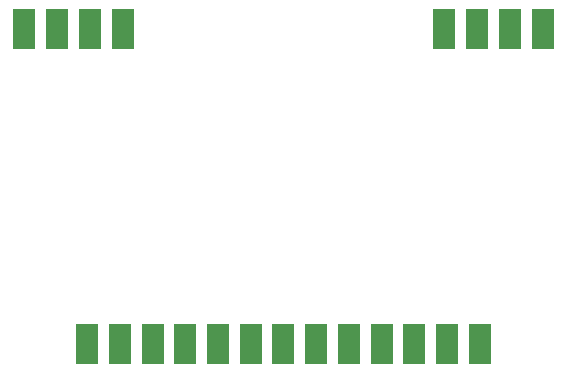
<source format=gtp>
%TF.GenerationSoftware,KiCad,Pcbnew,6.0.6-1.fc36*%
%TF.CreationDate,2022-07-20T00:31:47+02:00*%
%TF.ProjectId,atari-lpt-joysticks,61746172-692d-46c7-9074-2d6a6f797374,rev?*%
%TF.SameCoordinates,Original*%
%TF.FileFunction,Paste,Top*%
%TF.FilePolarity,Positive*%
%FSLAX46Y46*%
G04 Gerber Fmt 4.6, Leading zero omitted, Abs format (unit mm)*
G04 Created by KiCad (PCBNEW 6.0.6-1.fc36) date 2022-07-20 00:31:47*
%MOMM*%
%LPD*%
G01*
G04 APERTURE LIST*
%ADD10R,1.846667X3.480000*%
G04 APERTURE END LIST*
D10*
%TO.C,Joystick-3*%
X94905000Y-65482500D03*
X97675000Y-65482500D03*
X100445000Y-65482500D03*
X103215000Y-65482500D03*
%TD*%
%TO.C,Joystick-4*%
X130465000Y-65482500D03*
X133235000Y-65482500D03*
X136005000Y-65482500D03*
X138775000Y-65482500D03*
%TD*%
%TO.C,J1*%
X100220000Y-92097500D03*
X102990000Y-92097500D03*
X105760000Y-92097500D03*
X108530000Y-92097500D03*
X111300000Y-92097500D03*
X114070000Y-92097500D03*
X116840000Y-92097500D03*
X119610000Y-92097500D03*
X122380000Y-92097500D03*
X125150000Y-92097500D03*
X127920000Y-92097500D03*
X130690000Y-92097500D03*
X133460000Y-92097500D03*
%TD*%
M02*

</source>
